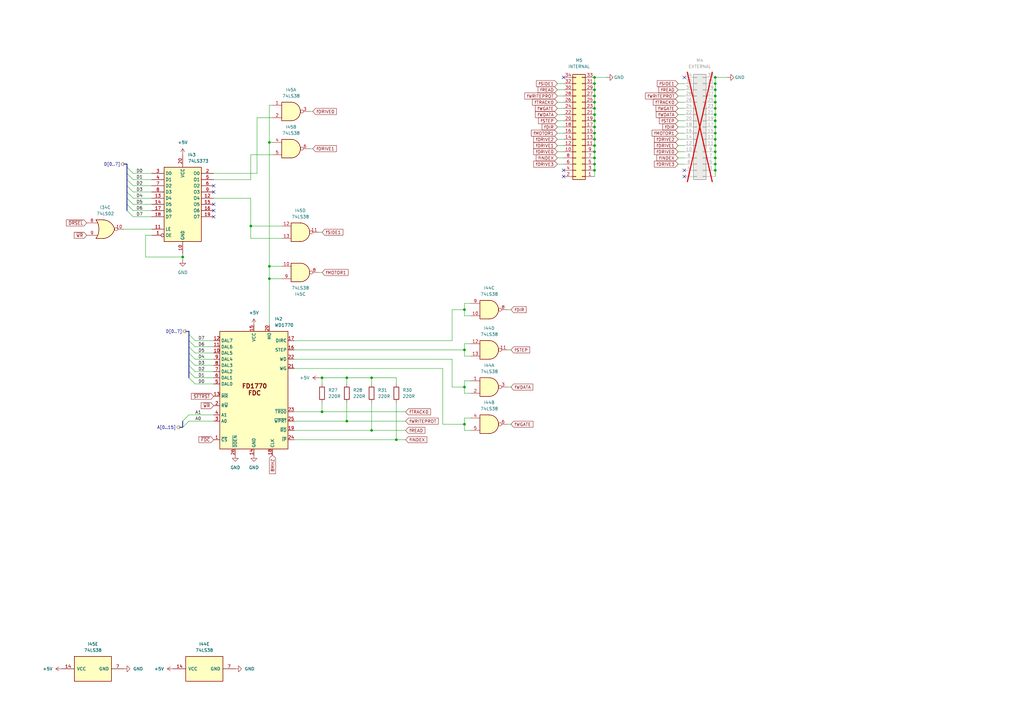
<source format=kicad_sch>
(kicad_sch (version 20250114) (generator "eeschema") (generator_version "9.0")
  (paper "A3")
  (lib_symbols
    (symbol "74xx:74LS02" (pin_names (offset 1.016))
      (property "Reference" "U" (at 0 1.27 0))
      (property "Value" "74LS02" (at 0 -1.27 0))
      (symbol "74LS02_1_1"
        (arc (start -3.81 3.81) (mid -2.589 0) (end -3.81 -3.81) (stroke (width 0.254)))
        (polyline (pts (xy -3.81 3.81) (xy -0.635 3.81)) (stroke (width 0.254)) (fill (type background)))
        (polyline (pts (xy -3.81 -3.81) (xy -0.635 -3.81)) (stroke (width 0.254)) (fill (type background)))
        (arc (start 3.81 0) (mid 2.1855 -2.584) (end -0.6096 -3.81) (stroke (width 0.254)) (fill (type background)))
        (arc (start -0.6096 3.81) (mid 2.1928 2.5924) (end 3.81 0) (stroke (width 0.254)) (fill (type background)))
        (polyline (pts (xy -0.635 3.81) (xy -3.81 3.81) (xy -3.81 3.81) (xy -3.556 3.4036) (xy -3.0226 2.2606) (xy -2.6924 1.0414) (xy -2.6162 -0.254) (xy -2.7686 -1.4986) (xy -3.175 -2.7178) (xy -3.81 -3.81) (xy -3.81 -3.81) (xy -0.635 -3.81)) (stroke (width -25.4)) (fill (type background)))
        (pin input line (at -7.62 2.54 0) (length 4.318) (name "~") (number "2"))
        (pin input line (at -7.62 -2.54 0) (length 4.318) (name "~") (number "3"))
        (pin output inverted (at 7.62 0 180) (length 3.81) (name "~") (number "1"))
      )
      (symbol "74LS02_1_2"
        (arc (start 0 3.81) (mid 3.7934 0) (end 0 -3.81) (stroke (width 0.254)) (fill (type background)))
        (polyline (pts (xy 0 3.81) (xy -3.81 3.81) (xy -3.81 -3.81) (xy 0 -3.81)) (stroke (width 0.254)) (fill (type background)))
        (pin input inverted (at -7.62 2.54 0) (length 3.81) (name "~") (number "2"))
        (pin input inverted (at -7.62 -2.54 0) (length 3.81) (name "~") (number "3"))
        (pin output line (at 7.62 0 180) (length 3.81) (name "~") (number "1"))
      )
      (symbol "74LS02_2_1"
        (arc (start -3.81 3.81) (mid -2.589 0) (end -3.81 -3.81) (stroke (width 0.254)))
        (polyline (pts (xy -3.81 3.81) (xy -0.635 3.81)) (stroke (width 0.254)) (fill (type background)))
        (polyline (pts (xy -3.81 -3.81) (xy -0.635 -3.81)) (stroke (width 0.254)) (fill (type background)))
        (arc (start 3.81 0) (mid 2.1855 -2.584) (end -0.6096 -3.81) (stroke (width 0.254)) (fill (type background)))
        (arc (start -0.6096 3.81) (mid 2.1928 2.5924) (end 3.81 0) (stroke (width 0.254)) (fill (type background)))
        (polyline (pts (xy -0.635 3.81) (xy -3.81 3.81) (xy -3.81 3.81) (xy -3.556 3.4036) (xy -3.0226 2.2606) (xy -2.6924 1.0414) (xy -2.6162 -0.254) (xy -2.7686 -1.4986) (xy -3.175 -2.7178) (xy -3.81 -3.81) (xy -3.81 -3.81) (xy -0.635 -3.81)) (stroke (width -25.4)) (fill (type background)))
        (pin input line (at -7.62 2.54 0) (length 4.318) (name "~") (number "5"))
        (pin input line (at -7.62 -2.54 0) (length 4.318) (name "~") (number "6"))
        (pin output inverted (at 7.62 0 180) (length 3.81) (name "~") (number "4"))
      )
      (symbol "74LS02_2_2"
        (arc (start 0 3.81) (mid 3.7934 0) (end 0 -3.81) (stroke (width 0.254)) (fill (type background)))
        (polyline (pts (xy 0 3.81) (xy -3.81 3.81) (xy -3.81 -3.81) (xy 0 -3.81)) (stroke (width 0.254)) (fill (type background)))
        (pin input inverted (at -7.62 2.54 0) (length 3.81) (name "~") (number "5"))
        (pin input inverted (at -7.62 -2.54 0) (length 3.81) (name "~") (number "6"))
        (pin output line (at 7.62 0 180) (length 3.81) (name "~") (number "4"))
      )
      (symbol "74LS02_3_1"
        (arc (start -3.81 3.81) (mid -2.589 0) (end -3.81 -3.81) (stroke (width 0.254)))
        (polyline (pts (xy -3.81 3.81) (xy -0.635 3.81)) (stroke (width 0.254)) (fill (type background)))
        (polyline (pts (xy -3.81 -3.81) (xy -0.635 -3.81)) (stroke (width 0.254)) (fill (type background)))
        (arc (start 3.81 0) (mid 2.1855 -2.584) (end -0.6096 -3.81) (stroke (width 0.254)) (fill (type background)))
        (arc (start -0.6096 3.81) (mid 2.1928 2.5924) (end 3.81 0) (stroke (width 0.254)) (fill (type background)))
        (polyline (pts (xy -0.635 3.81) (xy -3.81 3.81) (xy -3.81 3.81) (xy -3.556 3.4036) (xy -3.0226 2.2606) (xy -2.6924 1.0414) (xy -2.6162 -0.254) (xy -2.7686 -1.4986) (xy -3.175 -2.7178) (xy -3.81 -3.81) (xy -3.81 -3.81) (xy -0.635 -3.81)) (stroke (width -25.4)) (fill (type background)))
        (pin input line (at -7.62 2.54 0) (length 4.318) (name "~") (number "8"))
        (pin input line (at -7.62 -2.54 0) (length 4.318) (name "~") (number "9"))
        (pin output inverted (at 7.62 0 180) (length 3.81) (name "~") (number "10"))
      )
      (symbol "74LS02_3_2"
        (arc (start 0 3.81) (mid 3.7934 0) (end 0 -3.81) (stroke (width 0.254)) (fill (type background)))
        (polyline (pts (xy 0 3.81) (xy -3.81 3.81) (xy -3.81 -3.81) (xy 0 -3.81)) (stroke (width 0.254)) (fill (type background)))
        (pin input inverted (at -7.62 2.54 0) (length 3.81) (name "~") (number "8"))
        (pin input inverted (at -7.62 -2.54 0) (length 3.81) (name "~") (number "9"))
        (pin output line (at 7.62 0 180) (length 3.81) (name "~") (number "10"))
      )
      (symbol "74LS02_4_1"
        (arc (start -3.81 3.81) (mid -2.589 0) (end -3.81 -3.81) (stroke (width 0.254)))
        (polyline (pts (xy -3.81 3.81) (xy -0.635 3.81)) (stroke (width 0.254)) (fill (type background)))
        (polyline (pts (xy -3.81 -3.81) (xy -0.635 -3.81)) (stroke (width 0.254)) (fill (type background)))
        (arc (start 3.81 0) (mid 2.1855 -2.584) (end -0.6096 -3.81) (stroke (width 0.254)) (fill (type background)))
        (arc (start -0.6096 3.81) (mid 2.1928 2.5924) (end 3.81 0) (stroke (width 0.254)) (fill (type background)))
        (polyline (pts (xy -0.635 3.81) (xy -3.81 3.81) (xy -3.81 3.81) (xy -3.556 3.4036) (xy -3.0226 2.2606) (xy -2.6924 1.0414) (xy -2.6162 -0.254) (xy -2.7686 -1.4986) (xy -3.175 -2.7178) (xy -3.81 -3.81) (xy -3.81 -3.81) (xy -0.635 -3.81)) (stroke (width -25.4)) (fill (type background)))
        (pin input line (at -7.62 2.54 0) (length 4.318) (name "~") (number "11"))
        (pin input line (at -7.62 -2.54 0) (length 4.318) (name "~") (number "12"))
        (pin output inverted (at 7.62 0 180) (length 3.81) (name "~") (number "13"))
      )
      (symbol "74LS02_4_2"
        (arc (start 0 3.81) (mid 3.7934 0) (end 0 -3.81) (stroke (width 0.254)) (fill (type background)))
        (polyline (pts (xy 0 3.81) (xy -3.81 3.81) (xy -3.81 -3.81) (xy 0 -3.81)) (stroke (width 0.254)) (fill (type background)))
        (pin input inverted (at -7.62 2.54 0) (length 3.81) (name "~") (number "11"))
        (pin input inverted (at -7.62 -2.54 0) (length 3.81) (name "~") (number "12"))
        (pin output line (at 7.62 0 180) (length 3.81) (name "~") (number "13"))
      )
      (symbol "74LS02_5_0"
        (pin power_in line (at 0 12.7 270) (length 5.08) (name "VCC") (number "14"))
        (pin power_in line (at 0 -12.7 90) (length 5.08) (name "GND") (number "7"))
      )
      (symbol "74LS02_5_1"
        (rectangle (start -5.08 7.62) (end 5.08 -7.62) (stroke (width 0.254)) (fill (type background)))
      )
    )
    (symbol "74xx:74LS373"
      (property "Reference" "U" (at -7.62 16.51 0))
      (property "Value" "74LS373" (at -7.62 -16.51 0))
      (symbol "74LS373_1_0"
        (pin input line (at -12.7 12.7 0) (length 5.08) (name "D0") (number "3"))
        (pin input line (at -12.7 10.16 0) (length 5.08) (name "D1") (number "4"))
        (pin input line (at -12.7 7.62 0) (length 5.08) (name "D2") (number "7"))
        (pin input line (at -12.7 5.08 0) (length 5.08) (name "D3") (number "8"))
        (pin input line (at -12.7 2.54 0) (length 5.08) (name "D4") (number "13"))
        (pin input line (at -12.7 0 0) (length 5.08) (name "D5") (number "14"))
        (pin input line (at -12.7 -2.54 0) (length 5.08) (name "D6") (number "17"))
        (pin input line (at -12.7 -5.08 0) (length 5.08) (name "D7") (number "18"))
        (pin input line (at -12.7 -10.16 0) (length 5.08) (name "LE") (number "11"))
        (pin input inverted (at -12.7 -12.7 0) (length 5.08) (name "OE") (number "1"))
        (pin power_in line (at 0 20.32 270) (length 5.08) (name "VCC") (number "20"))
        (pin power_in line (at 0 -20.32 90) (length 5.08) (name "GND") (number "10"))
        (pin tri_state line (at 12.7 12.7 180) (length 5.08) (name "O0") (number "2"))
        (pin tri_state line (at 12.7 10.16 180) (length 5.08) (name "O1") (number "5"))
        (pin tri_state line (at 12.7 7.62 180) (length 5.08) (name "O2") (number "6"))
        (pin tri_state line (at 12.7 5.08 180) (length 5.08) (name "O3") (number "9"))
        (pin tri_state line (at 12.7 2.54 180) (length 5.08) (name "O4") (number "12"))
        (pin tri_state line (at 12.7 0 180) (length 5.08) (name "O5") (number "15"))
        (pin tri_state line (at 12.7 -2.54 180) (length 5.08) (name "O6") (number "16"))
        (pin tri_state line (at 12.7 -5.08 180) (length 5.08) (name "O7") (number "19"))
      )
      (symbol "74LS373_1_1"
        (rectangle (start -7.62 15.24) (end 7.62 -15.24) (stroke (width 0.254)) (fill (type background)))
      )
    )
    (symbol "74xx:74LS38" (pin_names (offset 1.016))
      (property "Reference" "U" (at 0 1.27 0))
      (property "Value" "74LS38" (at 0 -1.27 0))
      (symbol "74LS38_1_1"
        (arc (start 0 3.81) (mid 3.7934 0) (end 0 -3.81) (stroke (width 0.254)) (fill (type background)))
        (polyline (pts (xy 0 3.81) (xy -3.81 3.81) (xy -3.81 -3.81) (xy 0 -3.81)) (stroke (width 0.254)) (fill (type background)))
        (pin input line (at -7.62 2.54 0) (length 3.81) (name "~") (number "1"))
        (pin input line (at -7.62 -2.54 0) (length 3.81) (name "~") (number "2"))
        (pin open_collector inverted (at 7.62 0 180) (length 3.81) (name "~") (number "3"))
      )
      (symbol "74LS38_1_2"
        (arc (start -3.81 3.81) (mid -2.589 0) (end -3.81 -3.81) (stroke (width 0.254)))
        (polyline (pts (xy -3.81 3.81) (xy -0.635 3.81)) (stroke (width 0.254)) (fill (type background)))
        (polyline (pts (xy -3.81 -3.81) (xy -0.635 -3.81)) (stroke (width 0.254)) (fill (type background)))
        (arc (start 3.81 0) (mid 2.1855 -2.584) (end -0.6096 -3.81) (stroke (width 0.254)) (fill (type background)))
        (arc (start -0.6096 3.81) (mid 2.1928 2.5924) (end 3.81 0) (stroke (width 0.254)) (fill (type background)))
        (polyline (pts (xy -0.635 3.81) (xy -3.81 3.81) (xy -3.81 3.81) (xy -3.556 3.4036) (xy -3.0226 2.2606) (xy -2.6924 1.0414) (xy -2.6162 -0.254) (xy -2.7686 -1.4986) (xy -3.175 -2.7178) (xy -3.81 -3.81) (xy -3.81 -3.81) (xy -0.635 -3.81)) (stroke (width -25.4)) (fill (type background)))
        (pin input inverted (at -7.62 2.54 0) (length 4.318) (name "~") (number "1"))
        (pin input inverted (at -7.62 -2.54 0) (length 4.318) (name "~") (number "2"))
        (pin open_collector line (at 7.62 0 180) (length 3.81) (name "~") (number "3"))
      )
      (symbol "74LS38_2_1"
        (arc (start 0 3.81) (mid 3.7934 0) (end 0 -3.81) (stroke (width 0.254)) (fill (type background)))
        (polyline (pts (xy 0 3.81) (xy -3.81 3.81) (xy -3.81 -3.81) (xy 0 -3.81)) (stroke (width 0.254)) (fill (type background)))
        (pin input line (at -7.62 2.54 0) (length 3.81) (name "~") (number "4"))
        (pin input line (at -7.62 -2.54 0) (length 3.81) (name "~") (number "5"))
        (pin open_collector inverted (at 7.62 0 180) (length 3.81) (name "~") (number "6"))
      )
      (symbol "74LS38_2_2"
        (arc (start -3.81 3.81) (mid -2.589 0) (end -3.81 -3.81) (stroke (width 0.254)))
        (polyline (pts (xy -3.81 3.81) (xy -0.635 3.81)) (stroke (width 0.254)) (fill (type background)))
        (polyline (pts (xy -3.81 -3.81) (xy -0.635 -3.81)) (stroke (width 0.254)) (fill (type background)))
        (arc (start 3.81 0) (mid 2.1855 -2.584) (end -0.6096 -3.81) (stroke (width 0.254)) (fill (type background)))
        (arc (start -0.6096 3.81) (mid 2.1928 2.5924) (end 3.81 0) (stroke (width 0.254)) (fill (type background)))
        (polyline (pts (xy -0.635 3.81) (xy -3.81 3.81) (xy -3.81 3.81) (xy -3.556 3.4036) (xy -3.0226 2.2606) (xy -2.6924 1.0414) (xy -2.6162 -0.254) (xy -2.7686 -1.4986) (xy -3.175 -2.7178) (xy -3.81 -3.81) (xy -3.81 -3.81) (xy -0.635 -3.81)) (stroke (width -25.4)) (fill (type background)))
        (pin input inverted (at -7.62 2.54 0) (length 4.318) (name "~") (number "4"))
        (pin input inverted (at -7.62 -2.54 0) (length 4.318) (name "~") (number "5"))
        (pin open_collector line (at 7.62 0 180) (length 3.81) (name "~") (number "6"))
      )
      (symbol "74LS38_3_1"
        (arc (start 0 3.81) (mid 3.7934 0) (end 0 -3.81) (stroke (width 0.254)) (fill (type background)))
        (polyline (pts (xy 0 3.81) (xy -3.81 3.81) (xy -3.81 -3.81) (xy 0 -3.81)) (stroke (width 0.254)) (fill (type background)))
        (pin input line (at -7.62 2.54 0) (length 3.81) (name "~") (number "9"))
        (pin input line (at -7.62 -2.54 0) (length 3.81) (name "~") (number "10"))
        (pin open_collector inverted (at 7.62 0 180) (length 3.81) (name "~") (number "8"))
      )
      (symbol "74LS38_3_2"
        (arc (start -3.81 3.81) (mid -2.589 0) (end -3.81 -3.81) (stroke (width 0.254)))
        (polyline (pts (xy -3.81 3.81) (xy -0.635 3.81)) (stroke (width 0.254)) (fill (type background)))
        (polyline (pts (xy -3.81 -3.81) (xy -0.635 -3.81)) (stroke (width 0.254)) (fill (type background)))
        (arc (start 3.81 0) (mid 2.1855 -2.584) (end -0.6096 -3.81) (stroke (width 0.254)) (fill (type background)))
        (arc (start -0.6096 3.81) (mid 2.1928 2.5924) (end 3.81 0) (stroke (width 0.254)) (fill (type background)))
        (polyline (pts (xy -0.635 3.81) (xy -3.81 3.81) (xy -3.81 3.81) (xy -3.556 3.4036) (xy -3.0226 2.2606) (xy -2.6924 1.0414) (xy -2.6162 -0.254) (xy -2.7686 -1.4986) (xy -3.175 -2.7178) (xy -3.81 -3.81) (xy -3.81 -3.81) (xy -0.635 -3.81)) (stroke (width -25.4)) (fill (type background)))
        (pin input inverted (at -7.62 2.54 0) (length 4.318) (name "~") (number "9"))
        (pin input inverted (at -7.62 -2.54 0) (length 4.318) (name "~") (number "10"))
        (pin open_collector line (at 7.62 0 180) (length 3.81) (name "~") (number "8"))
      )
      (symbol "74LS38_4_1"
        (arc (start 0 3.81) (mid 3.7934 0) (end 0 -3.81) (stroke (width 0.254)) (fill (type background)))
        (polyline (pts (xy 0 3.81) (xy -3.81 3.81) (xy -3.81 -3.81) (xy 0 -3.81)) (stroke (width 0.254)) (fill (type background)))
        (pin input line (at -7.62 2.54 0) (length 3.81) (name "~") (number "12"))
        (pin input line (at -7.62 -2.54 0) (length 3.81) (name "~") (number "13"))
        (pin open_collector inverted (at 7.62 0 180) (length 3.81) (name "~") (number "11"))
      )
      (symbol "74LS38_4_2"
        (arc (start -3.81 3.81) (mid -2.589 0) (end -3.81 -3.81) (stroke (width 0.254)))
        (polyline (pts (xy -3.81 3.81) (xy -0.635 3.81)) (stroke (width 0.254)) (fill (type background)))
        (polyline (pts (xy -3.81 -3.81) (xy -0.635 -3.81)) (stroke (width 0.254)) (fill (type background)))
        (arc (start 3.81 0) (mid 2.1855 -2.584) (end -0.6096 -3.81) (stroke (width 0.254)) (fill (type background)))
        (arc (start -0.6096 3.81) (mid 2.1928 2.5924) (end 3.81 0) (stroke (width 0.254)) (fill (type background)))
        (polyline (pts (xy -0.635 3.81) (xy -3.81 3.81) (xy -3.81 3.81) (xy -3.556 3.4036) (xy -3.0226 2.2606) (xy -2.6924 1.0414) (xy -2.6162 -0.254) (xy -2.7686 -1.4986) (xy -3.175 -2.7178) (xy -3.81 -3.81) (xy -3.81 -3.81) (xy -0.635 -3.81)) (stroke (width -25.4)) (fill (type background)))
        (pin input inverted (at -7.62 2.54 0) (length 4.318) (name "~") (number "12"))
        (pin input inverted (at -7.62 -2.54 0) (length 4.318) (name "~") (number "13"))
        (pin open_collector line (at 7.62 0 180) (length 3.81) (name "~") (number "11"))
      )
      (symbol "74LS38_5_0"
        (pin power_in line (at 0 12.7 270) (length 5.08) (name "VCC") (number "14"))
        (pin power_in line (at 0 -12.7 90) (length 5.08) (name "GND") (number "7"))
      )
      (symbol "74LS38_5_1"
        (rectangle (start -5.08 7.62) (end 5.08 -7.62) (stroke (width 0.254)) (fill (type background)))
      )
    )
    (symbol "Connector_Generic:Conn_02x17_Odd_Even" (pin_names (offset 1.016) (hide yes))
      (property "Reference" "J" (at 1.27 22.86 0))
      (property "Value" "Conn_02x17_Odd_Even" (at 1.27 -22.86 0))
      (symbol "Conn_02x17_Odd_Even_1_1"
        (rectangle (start -1.27 21.59) (end 3.81 -21.59) (stroke (width 0.254)) (fill (type background)))
        (rectangle (start -1.27 20.447) (end 0 20.193) (stroke (width 0.1524)))
        (rectangle (start -1.27 17.907) (end 0 17.653) (stroke (width 0.1524)))
        (rectangle (start -1.27 15.367) (end 0 15.113) (stroke (width 0.1524)))
        (rectangle (start -1.27 12.827) (end 0 12.573) (stroke (width 0.1524)))
        (rectangle (start -1.27 10.287) (end 0 10.033) (stroke (width 0.1524)))
        (rectangle (start -1.27 7.747) (end 0 7.493) (stroke (width 0.1524)))
        (rectangle (start -1.27 5.207) (end 0 4.953) (stroke (width 0.1524)))
        (rectangle (start -1.27 2.667) (end 0 2.413) (stroke (width 0.1524)))
        (rectangle (start -1.27 0.127) (end 0 -0.127) (stroke (width 0.1524)))
        (rectangle (start -1.27 -2.413) (end 0 -2.667) (stroke (width 0.1524)))
        (rectangle (start -1.27 -4.953) (end 0 -5.207) (stroke (width 0.1524)))
        (rectangle (start -1.27 -7.493) (end 0 -7.747) (stroke (width 0.1524)))
        (rectangle (start -1.27 -10.033) (end 0 -10.287) (stroke (width 0.1524)))
        (rectangle (start -1.27 -12.573) (end 0 -12.827) (stroke (width 0.1524)))
        (rectangle (start -1.27 -15.113) (end 0 -15.367) (stroke (width 0.1524)))
        (rectangle (start -1.27 -17.653) (end 0 -17.907) (stroke (width 0.1524)))
        (rectangle (start -1.27 -20.193) (end 0 -20.447) (stroke (width 0.1524)))
        (rectangle (start 3.81 20.447) (end 2.54 20.193) (stroke (width 0.1524)))
        (rectangle (start 3.81 17.907) (end 2.54 17.653) (stroke (width 0.1524)))
        (rectangle (start 3.81 15.367) (end 2.54 15.113) (stroke (width 0.1524)))
        (rectangle (start 3.81 12.827) (end 2.54 12.573) (stroke (width 0.1524)))
        (rectangle (start 3.81 10.287) (end 2.54 10.033) (stroke (width 0.1524)))
        (rectangle (start 3.81 7.747) (end 2.54 7.493) (stroke (width 0.1524)))
        (rectangle (start 3.81 5.207) (end 2.54 4.953) (stroke (width 0.1524)))
        (rectangle (start 3.81 2.667) (end 2.54 2.413) (stroke (width 0.1524)))
        (rectangle (start 3.81 0.127) (end 2.54 -0.127) (stroke (width 0.1524)))
        (rectangle (start 3.81 -2.413) (end 2.54 -2.667) (stroke (width 0.1524)))
        (rectangle (start 3.81 -4.953) (end 2.54 -5.207) (stroke (width 0.1524)))
        (rectangle (start 3.81 -7.493) (end 2.54 -7.747) (stroke (width 0.1524)))
        (rectangle (start 3.81 -10.033) (end 2.54 -10.287) (stroke (width 0.1524)))
        (rectangle (start 3.81 -12.573) (end 2.54 -12.827) (stroke (width 0.1524)))
        (rectangle (start 3.81 -15.113) (end 2.54 -15.367) (stroke (width 0.1524)))
        (rectangle (start 3.81 -17.653) (end 2.54 -17.907) (stroke (width 0.1524)))
        (rectangle (start 3.81 -20.193) (end 2.54 -20.447) (stroke (width 0.1524)))
        (pin passive line (at -5.08 20.32 0) (length 3.81) (name "Pin_1") (number "1"))
        (pin passive line (at -5.08 17.78 0) (length 3.81) (name "Pin_3") (number "3"))
        (pin passive line (at -5.08 15.24 0) (length 3.81) (name "Pin_5") (number "5"))
        (pin passive line (at -5.08 12.7 0) (length 3.81) (name "Pin_7") (number "7"))
        (pin passive line (at -5.08 10.16 0) (length 3.81) (name "Pin_9") (number "9"))
        (pin passive line (at -5.08 7.62 0) (length 3.81) (name "Pin_11") (number "11"))
        (pin passive line (at -5.08 5.08 0) (length 3.81) (name "Pin_13") (number "13"))
        (pin passive line (at -5.08 2.54 0) (length 3.81) (name "Pin_15") (number "15"))
        (pin passive line (at -5.08 0 0) (length 3.81) (name "Pin_17") (number "17"))
        (pin passive line (at -5.08 -2.54 0) (length 3.81) (name "Pin_19") (number "19"))
        (pin passive line (at -5.08 -5.08 0) (length 3.81) (name "Pin_21") (number "21"))
        (pin passive line (at -5.08 -7.62 0) (length 3.81) (name "Pin_23") (number "23"))
        (pin passive line (at -5.08 -10.16 0) (length 3.81) (name "Pin_25") (number "25"))
        (pin passive line (at -5.08 -12.7 0) (length 3.81) (name "Pin_27") (number "27"))
        (pin passive line (at -5.08 -15.24 0) (length 3.81) (name "Pin_29") (number "29"))
        (pin passive line (at -5.08 -17.78 0) (length 3.81) (name "Pin_31") (number "31"))
        (pin passive line (at -5.08 -20.32 0) (length 3.81) (name "Pin_33") (number "33"))
        (pin passive line (at 7.62 20.32 180) (length 3.81) (name "Pin_2") (number "2"))
        (pin passive line (at 7.62 17.78 180) (length 3.81) (name "Pin_4") (number "4"))
        (pin passive line (at 7.62 15.24 180) (length 3.81) (name "Pin_6") (number "6"))
        (pin passive line (at 7.62 12.7 180) (length 3.81) (name "Pin_8") (number "8"))
        (pin passive line (at 7.62 10.16 180) (length 3.81) (name "Pin_10") (number "10"))
        (pin passive line (at 7.62 7.62 180) (length 3.81) (name "Pin_12") (number "12"))
        (pin passive line (at 7.62 5.08 180) (length 3.81) (name "Pin_14") (number "14"))
        (pin passive line (at 7.62 2.54 180) (length 3.81) (name "Pin_16") (number "16"))
        (pin passive line (at 7.62 0 180) (length 3.81) (name "Pin_18") (number "18"))
        (pin passive line (at 7.62 -2.54 180) (length 3.81) (name "Pin_20") (number "20"))
        (pin passive line (at 7.62 -5.08 180) (length 3.81) (name "Pin_22") (number "22"))
        (pin passive line (at 7.62 -7.62 180) (length 3.81) (name "Pin_24") (number "24"))
        (pin passive line (at 7.62 -10.16 180) (length 3.81) (name "Pin_26") (number "26"))
        (pin passive line (at 7.62 -12.7 180) (length 3.81) (name "Pin_28") (number "28"))
        (pin passive line (at 7.62 -15.24 180) (length 3.81) (name "Pin_30") (number "30"))
        (pin passive line (at 7.62 -17.78 180) (length 3.81) (name "Pin_32") (number "32"))
        (pin passive line (at 7.62 -20.32 180) (length 3.81) (name "Pin_34") (number "34"))
      )
    )
    (symbol "Device:R" (pin_numbers (hide yes)) (pin_names (offset 0))
      (property "Reference" "R" (at 2.032 0 90))
      (property "Value" "R" (at 0 0 90))
      (symbol "R_0_1"
        (rectangle (start -1.016 -2.54) (end 1.016 2.54) (stroke (width 0.254)))
      )
      (symbol "R_1_1"
        (pin passive line (at 0 3.81 270) (length 1.27) (name "~") (number "1"))
        (pin passive line (at 0 -3.81 90) (length 1.27) (name "~") (number "2"))
      )
    )
    (symbol "Einstein:WD1770"
      (property "Reference" "IO" (at 13.462 -27.432 0))
      (property "Value" "WD1770" (at 12.446 -29.464 0))
      (symbol "WD1770_1_1"
        (rectangle (start -13.97 24.13) (end 13.97 -24.13) (stroke (width 0.254)) (fill (type background)))
        (text "FD1770\nFDC" (at 0.254 0.254 0) (effects (font (size 1.778 1.778) (thickness 0.3556) (bold yes))))
        (pin bidirectional line (at -16.51 20.32 0) (length 2.54) (name "DAL7") (number "12"))
        (pin bidirectional line (at -16.51 17.78 0) (length 2.54) (name "DAL6") (number "11"))
        (pin bidirectional line (at -16.51 15.24 0) (length 2.54) (name "DAL5") (number "10"))
        (pin bidirectional line (at -16.51 12.7 0) (length 2.54) (name "DAL4") (number "9"))
        (pin bidirectional line (at -16.51 10.16 0) (length 2.54) (name "DAL3") (number "8"))
        (pin bidirectional line (at -16.51 7.62 0) (length 2.54) (name "DAL2") (number "7"))
        (pin bidirectional line (at -16.51 5.08 0) (length 2.54) (name "DAL1") (number "6"))
        (pin bidirectional line (at -16.51 2.54 0) (length 2.54) (name "DAL0") (number "5"))
        (pin passive line (at -16.51 -2.54 0) (length 2.54) (name "~{MR}") (number "13"))
        (pin input line (at -16.51 -6.35 0) (length 2.54) (name "R~{W}") (number "2"))
        (pin input line (at -16.51 -10.16 0) (length 2.54) (name "A1") (number "4"))
        (pin input line (at -16.51 -12.7 0) (length 2.54) (name "A0") (number "3"))
        (pin input line (at -16.51 -20.32 0) (length 2.54) (name "~{CS}") (number "1"))
        (pin passive line (at -7.62 -26.67 90) (length 2.54) (name "~{DDEN}") (number "26"))
        (pin power_in line (at 0 26.67 270) (length 2.54) (name "VCC") (number "15"))
        (pin power_in line (at 0 -26.67 90) (length 2.54) (name "GND") (number "14"))
        (pin passive line (at 6.35 26.67 270) (length 2.54) (name "MO") (number "20"))
        (pin input line (at 7.62 -26.67 90) (length 2.54) (name "CLK") (number "18"))
        (pin passive line (at 16.51 20.32 180) (length 2.54) (name "DIRC") (number "17"))
        (pin passive line (at 16.51 16.51 180) (length 2.54) (name "STEP") (number "16"))
        (pin passive line (at 16.51 12.7 180) (length 2.54) (name "WD") (number "22"))
        (pin passive line (at 16.51 8.89 180) (length 2.54) (name "WG") (number "21"))
        (pin no_connect line (at 16.51 1.27 180) (length 2.54) (hide yes) (name "INTRQ") (number "28"))
        (pin no_connect line (at 16.51 -1.27 180) (length 2.54) (hide yes) (name "DRQ") (number "27"))
        (pin passive line (at 16.51 -8.89 180) (length 2.54) (name "~{TR00}") (number "23"))
        (pin passive line (at 16.51 -12.7 180) (length 2.54) (name "~{WPRT}") (number "25"))
        (pin input line (at 16.51 -16.51 180) (length 2.54) (name "~{RD}") (number "19"))
        (pin passive line (at 16.51 -20.32 180) (length 2.54) (name "~{IP}") (number "24"))
      )
    )
    (symbol "power:+5V" (power) (pin_numbers (hide yes)) (pin_names (offset 0) (hide yes))
      (property "Value" "+5V" (at 0 3.556 0))
      (symbol "+5V_0_1"
        (polyline (pts (xy -0.762 1.27) (xy 0 2.54)))
        (polyline (pts (xy 0 2.54) (xy 0.762 1.27)))
        (polyline (pts (xy 0 0) (xy 0 2.54)))
      )
      (symbol "+5V_1_1"
        (pin power_in line (at 0 0 90) (length 0) (name "~") (number "1"))
      )
    )
    (symbol "power:GND" (power) (pin_numbers (hide yes)) (pin_names (offset 0) (hide yes))
      (property "Value" "GND" (at 0 -3.81 0))
      (symbol "GND_0_1"
        (polyline (pts (xy 0 0) (xy 0 -1.27) (xy 1.27 -1.27) (xy 0 -2.54) (xy -1.27 -1.27) (xy 0 -1.27)))
      )
      (symbol "GND_1_1"
        (pin power_in line (at 0 0 270) (length 0) (name "~") (number "1"))
      )
    )
  )
  (junction (at 293.37 34.29))
  (junction (at 243.84 49.53))
  (junction (at 293.37 49.53))
  (junction (at 243.84 67.31))
  (junction (at 243.84 69.85))
  (junction (at 243.84 64.77))
  (junction (at 190.5 158.75))
  (junction (at 293.37 69.85))
  (junction (at 110.49 109.22))
  (junction (at 152.4 154.94))
  (junction (at 293.37 62.23))
  (junction (at 142.24 154.94))
  (junction (at 190.5 143.51))
  (junction (at 293.37 36.83))
  (junction (at 243.84 34.29))
  (junction (at 243.84 62.23))
  (junction (at 110.49 58.42))
  (junction (at 293.37 39.37))
  (junction (at 110.49 114.3))
  (junction (at 293.37 59.69))
  (junction (at 132.08 168.91))
  (junction (at 293.37 44.45))
  (junction (at 243.84 36.83))
  (junction (at 243.84 41.91))
  (junction (at 243.84 44.45))
  (junction (at 293.37 31.75))
  (junction (at 243.84 46.99))
  (junction (at 293.37 64.77))
  (junction (at 243.84 31.75))
  (junction (at 74.93 105.41))
  (junction (at 293.37 67.31))
  (junction (at 293.37 57.15))
  (junction (at 293.37 46.99))
  (junction (at 243.84 59.69))
  (junction (at 190.5 173.99))
  (junction (at 162.56 180.34))
  (junction (at 293.37 52.07))
  (junction (at 152.4 176.53))
  (junction (at 293.37 54.61))
  (junction (at 132.08 154.94))
  (junction (at 293.37 41.91))
  (junction (at 190.5 127))
  (junction (at 243.84 52.07))
  (junction (at 142.24 172.72))
  (junction (at 243.84 57.15))
  (junction (at 102.87 92.71))
  (junction (at 243.84 39.37))
  (junction (at 243.84 54.61))
  (no_connect (at 87.63 78.74))
  (no_connect (at 280.67 69.85))
  (no_connect (at 87.63 76.2))
  (no_connect (at 231.14 72.39))
  (no_connect (at 87.63 83.82))
  (no_connect (at 231.14 31.75))
  (no_connect (at 87.63 88.9))
  (no_connect (at 280.67 72.39))
  (no_connect (at 280.67 31.75))
  (no_connect (at 87.63 86.36))
  (no_connect (at 231.14 69.85))
  (bus_entry (at 54.61 88.9) (size -2.54 -2.54))
  (bus_entry (at 54.61 81.28) (size -2.54 -2.54))
  (bus_entry (at 80.01 139.7) (size -2.54 -2.54))
  (bus_entry (at 77.47 170.18) (size -2.54 2.54))
  (bus_entry (at 54.61 83.82) (size -2.54 -2.54))
  (bus_entry (at 54.61 78.74) (size -2.54 -2.54))
  (bus_entry (at 54.61 73.66) (size -2.54 -2.54))
  (bus_entry (at 80.01 149.86) (size -2.54 -2.54))
  (bus_entry (at 80.01 157.48) (size -2.54 -2.54))
  (bus_entry (at 54.61 86.36) (size -2.54 -2.54))
  (bus_entry (at 54.61 71.12) (size -2.54 -2.54))
  (bus_entry (at 80.01 147.32) (size -2.54 -2.54))
  (bus_entry (at 80.01 154.94) (size -2.54 -2.54))
  (bus_entry (at 77.47 172.72) (size -2.54 2.54))
  (bus_entry (at 80.01 142.24) (size -2.54 -2.54))
  (bus_entry (at 80.01 144.78) (size -2.54 -2.54))
  (bus_entry (at 80.01 152.4) (size -2.54 -2.54))
  (bus_entry (at 54.61 76.2) (size -2.54 -2.54))
  (wire (pts (xy 228.6 46.99) (xy 231.14 46.99)))
  (wire (pts (xy 62.23 86.36) (xy 54.61 86.36)))
  (wire (pts (xy 228.6 52.07) (xy 231.14 52.07)))
  (wire (pts (xy 293.37 31.75) (xy 298.45 31.75)))
  (wire (pts (xy 193.04 156.21) (xy 190.5 156.21)))
  (wire (pts (xy 243.84 46.99) (xy 243.84 44.45)))
  (wire (pts (xy 193.04 171.45) (xy 190.5 171.45)))
  (wire (pts (xy 87.63 142.24) (xy 80.01 142.24)))
  (wire (pts (xy 293.37 46.99) (xy 293.37 44.45)))
  (wire (pts (xy 62.23 83.82) (xy 54.61 83.82)))
  (wire (pts (xy 152.4 176.53) (xy 166.37 176.53)))
  (wire (pts (xy 228.6 62.23) (xy 231.14 62.23)))
  (wire (pts (xy 278.13 59.69) (xy 280.67 59.69)))
  (wire (pts (xy 105.41 48.26) (xy 111.76 48.26)))
  (wire (pts (xy 162.56 154.94) (xy 152.4 154.94)))
  (wire (pts (xy 293.37 54.61) (xy 293.37 52.07)))
  (wire (pts (xy 50.8 93.98) (xy 62.23 93.98)))
  (wire (pts (xy 243.84 41.91) (xy 243.84 39.37)))
  (wire (pts (xy 74.93 106.68) (xy 74.93 105.41)))
  (wire (pts (xy 185.42 158.75) (xy 190.5 158.75)))
  (wire (pts (xy 243.84 34.29) (xy 243.84 31.75)))
  (wire (pts (xy 62.23 76.2) (xy 54.61 76.2)))
  (wire (pts (xy 278.13 46.99) (xy 280.67 46.99)))
  (wire (pts (xy 120.65 168.91) (xy 132.08 168.91)))
  (wire (pts (xy 132.08 111.76) (xy 130.81 111.76)))
  (wire (pts (xy 185.42 127) (xy 185.42 139.7)))
  (bus (pts (xy 52.07 68.58) (xy 52.07 71.12)))
  (wire (pts (xy 102.87 92.71) (xy 102.87 97.79)))
  (wire (pts (xy 111.76 63.5) (xy 102.87 63.5)))
  (wire (pts (xy 243.84 49.53) (xy 243.84 46.99)))
  (wire (pts (xy 128.27 45.72) (xy 127 45.72)))
  (wire (pts (xy 115.57 92.71) (xy 102.87 92.71)))
  (wire (pts (xy 278.13 39.37) (xy 280.67 39.37)))
  (bus (pts (xy 52.07 81.28) (xy 52.07 83.82)))
  (wire (pts (xy 132.08 154.94) (xy 132.08 157.48)))
  (wire (pts (xy 87.63 147.32) (xy 80.01 147.32)))
  (wire (pts (xy 142.24 172.72) (xy 166.37 172.72)))
  (wire (pts (xy 132.08 168.91) (xy 132.08 165.1)))
  (wire (pts (xy 293.37 67.31) (xy 293.37 64.77)))
  (wire (pts (xy 105.41 48.26) (xy 105.41 71.12)))
  (wire (pts (xy 228.6 64.77) (xy 231.14 64.77)))
  (wire (pts (xy 152.4 154.94) (xy 142.24 154.94)))
  (wire (pts (xy 243.84 67.31) (xy 243.84 64.77)))
  (bus (pts (xy 52.07 71.12) (xy 52.07 73.66)))
  (wire (pts (xy 185.42 127) (xy 190.5 127)))
  (wire (pts (xy 87.63 152.4) (xy 80.01 152.4)))
  (wire (pts (xy 87.63 81.28) (xy 102.87 81.28)))
  (wire (pts (xy 59.69 96.52) (xy 59.69 105.41)))
  (wire (pts (xy 293.37 49.53) (xy 293.37 46.99)))
  (wire (pts (xy 62.23 81.28) (xy 54.61 81.28)))
  (wire (pts (xy 152.4 154.94) (xy 152.4 157.48)))
  (wire (pts (xy 293.37 64.77) (xy 293.37 62.23)))
  (wire (pts (xy 293.37 57.15) (xy 293.37 54.61)))
  (wire (pts (xy 111.76 43.18) (xy 110.49 43.18)))
  (wire (pts (xy 142.24 172.72) (xy 142.24 165.1)))
  (wire (pts (xy 115.57 114.3) (xy 110.49 114.3)))
  (wire (pts (xy 110.49 109.22) (xy 115.57 109.22)))
  (wire (pts (xy 278.13 49.53) (xy 280.67 49.53)))
  (wire (pts (xy 243.84 62.23) (xy 243.84 59.69)))
  (wire (pts (xy 87.63 157.48) (xy 80.01 157.48)))
  (wire (pts (xy 190.5 171.45) (xy 190.5 173.99)))
  (wire (pts (xy 228.6 67.31) (xy 231.14 67.31)))
  (wire (pts (xy 228.6 54.61) (xy 231.14 54.61)))
  (wire (pts (xy 193.04 140.97) (xy 190.5 140.97)))
  (wire (pts (xy 293.37 44.45) (xy 293.37 41.91)))
  (wire (pts (xy 293.37 69.85) (xy 293.37 72.39)))
  (wire (pts (xy 132.08 168.91) (xy 166.37 168.91)))
  (wire (pts (xy 59.69 105.41) (xy 74.93 105.41)))
  (bus (pts (xy 77.47 152.4) (xy 77.47 154.94)))
  (bus (pts (xy 52.07 67.31) (xy 52.07 68.58)))
  (wire (pts (xy 185.42 139.7) (xy 120.65 139.7)))
  (wire (pts (xy 87.63 139.7) (xy 80.01 139.7)))
  (wire (pts (xy 228.6 34.29) (xy 231.14 34.29)))
  (bus (pts (xy 77.47 149.86) (xy 77.47 152.4)))
  (wire (pts (xy 110.49 114.3) (xy 110.49 109.22)))
  (wire (pts (xy 190.5 127) (xy 190.5 124.46)))
  (wire (pts (xy 293.37 59.69) (xy 293.37 57.15)))
  (bus (pts (xy 77.47 142.24) (xy 77.47 144.78)))
  (bus (pts (xy 50.8 67.31) (xy 52.07 67.31)))
  (bus (pts (xy 52.07 83.82) (xy 52.07 86.36)))
  (wire (pts (xy 278.13 44.45) (xy 280.67 44.45)))
  (wire (pts (xy 162.56 180.34) (xy 162.56 165.1)))
  (bus (pts (xy 52.07 76.2) (xy 52.07 78.74)))
  (wire (pts (xy 87.63 154.94) (xy 80.01 154.94)))
  (wire (pts (xy 228.6 49.53) (xy 231.14 49.53)))
  (wire (pts (xy 278.13 64.77) (xy 280.67 64.77)))
  (wire (pts (xy 278.13 41.91) (xy 280.67 41.91)))
  (bus (pts (xy 77.47 135.89) (xy 77.47 137.16)))
  (bus (pts (xy 52.07 73.66) (xy 52.07 76.2)))
  (wire (pts (xy 74.93 105.41) (xy 74.93 104.14)))
  (wire (pts (xy 209.55 173.99) (xy 208.28 173.99)))
  (wire (pts (xy 87.63 144.78) (xy 80.01 144.78)))
  (wire (pts (xy 111.76 58.42) (xy 110.49 58.42)))
  (wire (pts (xy 293.37 36.83) (xy 293.37 34.29)))
  (wire (pts (xy 243.84 44.45) (xy 243.84 41.91)))
  (wire (pts (xy 62.23 78.74) (xy 54.61 78.74)))
  (wire (pts (xy 278.13 52.07) (xy 280.67 52.07)))
  (wire (pts (xy 228.6 36.83) (xy 231.14 36.83)))
  (wire (pts (xy 278.13 34.29) (xy 280.67 34.29)))
  (wire (pts (xy 87.63 149.86) (xy 80.01 149.86)))
  (wire (pts (xy 243.84 54.61) (xy 243.84 52.07)))
  (wire (pts (xy 87.63 170.18) (xy 77.47 170.18)))
  (bus (pts (xy 77.47 139.7) (xy 77.47 142.24)))
  (wire (pts (xy 185.42 147.32) (xy 185.42 158.75)))
  (wire (pts (xy 243.84 69.85) (xy 243.84 72.39)))
  (wire (pts (xy 243.84 31.75) (xy 248.92 31.75)))
  (wire (pts (xy 102.87 97.79) (xy 115.57 97.79)))
  (wire (pts (xy 181.61 173.99) (xy 190.5 173.99)))
  (wire (pts (xy 190.5 173.99) (xy 190.5 176.53)))
  (wire (pts (xy 293.37 41.91) (xy 293.37 39.37)))
  (wire (pts (xy 120.65 143.51) (xy 190.5 143.51)))
  (bus (pts (xy 77.47 147.32) (xy 77.47 149.86)))
  (wire (pts (xy 132.08 95.25) (xy 130.81 95.25)))
  (wire (pts (xy 162.56 180.34) (xy 166.37 180.34)))
  (wire (pts (xy 243.84 57.15) (xy 243.84 54.61)))
  (wire (pts (xy 62.23 73.66) (xy 54.61 73.66)))
  (wire (pts (xy 293.37 62.23) (xy 293.37 59.69)))
  (wire (pts (xy 110.49 58.42) (xy 110.49 109.22)))
  (wire (pts (xy 102.87 73.66) (xy 87.63 73.66)))
  (wire (pts (xy 228.6 57.15) (xy 231.14 57.15)))
  (wire (pts (xy 243.84 39.37) (xy 243.84 36.83)))
  (wire (pts (xy 162.56 157.48) (xy 162.56 154.94)))
  (wire (pts (xy 190.5 158.75) (xy 190.5 161.29)))
  (wire (pts (xy 120.65 172.72) (xy 142.24 172.72)))
  (wire (pts (xy 243.84 52.07) (xy 243.84 49.53)))
  (wire (pts (xy 120.65 176.53) (xy 152.4 176.53)))
  (wire (pts (xy 293.37 39.37) (xy 293.37 36.83)))
  (wire (pts (xy 62.23 96.52) (xy 59.69 96.52)))
  (wire (pts (xy 62.23 71.12) (xy 54.61 71.12)))
  (wire (pts (xy 278.13 54.61) (xy 280.67 54.61)))
  (wire (pts (xy 120.65 180.34) (xy 162.56 180.34)))
  (bus (pts (xy 74.93 175.26) (xy 74.93 172.72)))
  (wire (pts (xy 293.37 69.85) (xy 293.37 67.31)))
  (wire (pts (xy 152.4 176.53) (xy 152.4 165.1)))
  (wire (pts (xy 110.49 43.18) (xy 110.49 58.42)))
  (wire (pts (xy 278.13 57.15) (xy 280.67 57.15)))
  (wire (pts (xy 228.6 39.37) (xy 231.14 39.37)))
  (wire (pts (xy 243.84 59.69) (xy 243.84 57.15)))
  (wire (pts (xy 190.5 124.46) (xy 193.04 124.46)))
  (wire (pts (xy 228.6 41.91) (xy 231.14 41.91)))
  (wire (pts (xy 278.13 62.23) (xy 280.67 62.23)))
  (wire (pts (xy 120.65 151.13) (xy 181.61 151.13)))
  (wire (pts (xy 110.49 114.3) (xy 110.49 133.35)))
  (wire (pts (xy 62.23 88.9) (xy 54.61 88.9)))
  (wire (pts (xy 190.5 156.21) (xy 190.5 158.75)))
  (bus (pts (xy 77.47 144.78) (xy 77.47 147.32)))
  (wire (pts (xy 190.5 140.97) (xy 190.5 143.51)))
  (wire (pts (xy 243.84 69.85) (xy 243.84 67.31)))
  (wire (pts (xy 228.6 44.45) (xy 231.14 44.45)))
  (wire (pts (xy 243.84 36.83) (xy 243.84 34.29)))
  (wire (pts (xy 209.55 127) (xy 208.28 127)))
  (wire (pts (xy 278.13 67.31) (xy 280.67 67.31)))
  (wire (pts (xy 209.55 158.75) (xy 208.28 158.75)))
  (wire (pts (xy 190.5 146.05) (xy 193.04 146.05)))
  (wire (pts (xy 190.5 129.54) (xy 190.5 127)))
  (wire (pts (xy 209.55 143.51) (xy 208.28 143.51)))
  (wire (pts (xy 142.24 154.94) (xy 142.24 157.48)))
  (wire (pts (xy 128.27 60.96) (xy 127 60.96)))
  (wire (pts (xy 120.65 147.32) (xy 185.42 147.32)))
  (wire (pts (xy 190.5 143.51) (xy 190.5 146.05)))
  (wire (pts (xy 228.6 59.69) (xy 231.14 59.69)))
  (wire (pts (xy 193.04 129.54) (xy 190.5 129.54)))
  (wire (pts (xy 278.13 36.83) (xy 280.67 36.83)))
  (bus (pts (xy 73.66 175.26) (xy 74.93 175.26)))
  (wire (pts (xy 87.63 172.72) (xy 77.47 172.72)))
  (wire (pts (xy 293.37 34.29) (xy 293.37 31.75)))
  (wire (pts (xy 130.81 154.94) (xy 132.08 154.94)))
  (bus (pts (xy 77.47 137.16) (xy 77.47 139.7)))
  (wire (pts (xy 190.5 161.29) (xy 193.04 161.29)))
  (wire (pts (xy 243.84 64.77) (xy 243.84 62.23)))
  (wire (pts (xy 105.41 71.12) (xy 87.63 71.12)))
  (bus (pts (xy 76.2 135.89) (xy 77.47 135.89)))
  (wire (pts (xy 181.61 151.13) (xy 181.61 173.99)))
  (bus (pts (xy 52.07 78.74) (xy 52.07 81.28)))
  (wire (pts (xy 293.37 52.07) (xy 293.37 49.53)))
  (wire (pts (xy 102.87 81.28) (xy 102.87 92.71)))
  (wire (pts (xy 190.5 176.53) (xy 193.04 176.53)))
  (wire (pts (xy 102.87 63.5) (xy 102.87 73.66)))
  (wire (pts (xy 142.24 154.94) (xy 132.08 154.94)))
  (label "D6" (at 81.28 142.24 0))
  (label "D3" (at 55.88 78.74 0))
  (label "D7" (at 55.88 88.9 0))
  (label "D3" (at 81.28 149.86 0))
  (label "D2" (at 55.88 76.2 0))
  (label "D5" (at 81.28 144.78 0))
  (label "D7" (at 81.28 139.7 0))
  (label "D0" (at 55.88 71.12 0))
  (label "A1" (at 82.55 170.18 180))
  (label "D6" (at 55.88 86.36 0))
  (label "D4" (at 81.28 147.32 0))
  (label "D0" (at 81.28 157.48 0))
  (label "A0" (at 82.55 172.72 180))
  (label "D2" (at 81.28 152.4 0))
  (label "D1" (at 81.28 154.94 0))
  (label "D5" (at 55.88 83.82 0))
  (label "D1" (at 55.88 73.66 0))
  (label "D4" (at 55.88 81.28 0))
  (global_label "fINDEX" (shape input) (at 278.13 64.77 180) (property "Intersheetrefs" "${INTERSHEET_REFS}" (effects (hide yes))))
  (global_label "fDRIVE1" (shape input) (at 228.6 59.69 180) (property "Intersheetrefs" "${INTERSHEET_REFS}" (effects (hide yes))))
  (global_label "fWDATA" (shape input) (at 209.55 158.75 0) (property "Intersheetrefs" "${INTERSHEET_REFS}" (effects (hide yes))))
  (global_label "fDIR" (shape input) (at 228.6 52.07 180) (property "Intersheetrefs" "${INTERSHEET_REFS}" (effects (hide yes))))
  (global_label "fWGATE" (shape input) (at 278.13 44.45 180) (property "Intersheetrefs" "${INTERSHEET_REFS}" (effects (hide yes))))
  (global_label "fDIR" (shape input) (at 209.55 127 0) (property "Intersheetrefs" "${INTERSHEET_REFS}" (effects (hide yes))))
  (global_label "fMOTOR1" (shape input) (at 132.08 111.76 0) (property "Intersheetrefs" "${INTERSHEET_REFS}" (effects (hide yes))))
  (global_label "fDIR" (shape input) (at 278.13 52.07 180) (property "Intersheetrefs" "${INTERSHEET_REFS}" (effects (hide yes))))
  (global_label "~{WR}" (shape input) (at 87.63 166.37 180) (property "Intersheetrefs" "${INTERSHEET_REFS}" (effects (hide yes))))
  (global_label "fWGATE" (shape input) (at 209.55 173.99 0) (property "Intersheetrefs" "${INTERSHEET_REFS}" (effects (hide yes))))
  (global_label "fDRIVE1" (shape input) (at 128.27 60.96 0) (property "Intersheetrefs" "${INTERSHEET_REFS}" (effects (hide yes))))
  (global_label "fTRACK0" (shape input) (at 166.37 168.91 0) (property "Intersheetrefs" "${INTERSHEET_REFS}" (effects (hide yes))))
  (global_label "fDRIVE2" (shape input) (at 278.13 57.15 180) (property "Intersheetrefs" "${INTERSHEET_REFS}" (effects (hide yes))))
  (global_label "fREAD" (shape input) (at 228.6 36.83 180) (property "Intersheetrefs" "${INTERSHEET_REFS}" (effects (hide yes))))
  (global_label "fWDATA" (shape input) (at 278.13 46.99 180) (property "Intersheetrefs" "${INTERSHEET_REFS}" (effects (hide yes))))
  (global_label "~{DRSEL}" (shape input) (at 35.56 91.44 180) (property "Intersheetrefs" "${INTERSHEET_REFS}" (effects (hide yes))))
  (global_label "fTRACK0" (shape input) (at 228.6 41.91 180) (property "Intersheetrefs" "${INTERSHEET_REFS}" (effects (hide yes))))
  (global_label "fSIDE1" (shape input) (at 228.6 34.29 180) (property "Intersheetrefs" "${INTERSHEET_REFS}" (effects (hide yes))))
  (global_label "fINDEX" (shape input) (at 166.37 180.34 0) (property "Intersheetrefs" "${INTERSHEET_REFS}" (effects (hide yes))))
  (global_label "~{FDC}" (shape input) (at 87.63 180.34 180) (property "Intersheetrefs" "${INTERSHEET_REFS}" (effects (hide yes))))
  (global_label "fSTEP" (shape input) (at 228.6 49.53 180) (property "Intersheetrefs" "${INTERSHEET_REFS}" (effects (hide yes))))
  (global_label "fDRIVE0" (shape input) (at 228.6 62.23 180) (property "Intersheetrefs" "${INTERSHEET_REFS}" (effects (hide yes))))
  (global_label "fDRIVE1" (shape input) (at 278.13 59.69 180) (property "Intersheetrefs" "${INTERSHEET_REFS}" (effects (hide yes))))
  (global_label "fSIDE1" (shape input) (at 132.08 95.25 0) (property "Intersheetrefs" "${INTERSHEET_REFS}" (effects (hide yes))))
  (global_label "~{SFTRST}" (shape input) (at 87.63 162.56 180) (property "Intersheetrefs" "${INTERSHEET_REFS}" (effects (hide yes))))
  (global_label "8MHZ" (shape input) (at 111.76 186.69 270) (property "Intersheetrefs" "${INTERSHEET_REFS}" (effects (hide yes))))
  (global_label "fDRIVE0" (shape input) (at 278.13 62.23 180) (property "Intersheetrefs" "${INTERSHEET_REFS}" (effects (hide yes))))
  (global_label "fDRIVE3" (shape input) (at 278.13 67.31 180) (property "Intersheetrefs" "${INTERSHEET_REFS}" (effects (hide yes))))
  (global_label "fMOTOR1" (shape input) (at 278.13 54.61 180) (property "Intersheetrefs" "${INTERSHEET_REFS}" (effects (hide yes))))
  (global_label "fINDEX" (shape input) (at 228.6 64.77 180) (property "Intersheetrefs" "${INTERSHEET_REFS}" (effects (hide yes))))
  (global_label "fWRITEPROT" (shape input) (at 228.6 39.37 180) (property "Intersheetrefs" "${INTERSHEET_REFS}" (effects (hide yes))))
  (global_label "fDRIVE2" (shape input) (at 228.6 57.15 180) (property "Intersheetrefs" "${INTERSHEET_REFS}" (effects (hide yes))))
  (global_label "~{WR}" (shape input) (at 35.56 96.52 180) (property "Intersheetrefs" "${INTERSHEET_REFS}" (effects (hide yes))))
  (global_label "fWRITEPROT" (shape input) (at 278.13 39.37 180) (property "Intersheetrefs" "${INTERSHEET_REFS}" (effects (hide yes))))
  (global_label "fREAD" (shape input) (at 278.13 36.83 180) (property "Intersheetrefs" "${INTERSHEET_REFS}" (effects (hide yes))))
  (global_label "fDRIVE3" (shape input) (at 228.6 67.31 180) (property "Intersheetrefs" "${INTERSHEET_REFS}" (effects (hide yes))))
  (global_label "fWDATA" (shape input) (at 228.6 46.99 180) (property "Intersheetrefs" "${INTERSHEET_REFS}" (effects (hide yes))))
  (global_label "fDRIVE0" (shape input) (at 128.27 45.72 0) (property "Intersheetrefs" "${INTERSHEET_REFS}" (effects (hide yes))))
  (global_label "fSTEP" (shape input) (at 278.13 49.53 180) (property "Intersheetrefs" "${INTERSHEET_REFS}" (effects (hide yes))))
  (global_label "fTRACK0" (shape input) (at 278.13 41.91 180) (property "Intersheetrefs" "${INTERSHEET_REFS}" (effects (hide yes))))
  (global_label "fWRITEPROT" (shape input) (at 166.37 172.72 0) (property "Intersheetrefs" "${INTERSHEET_REFS}" (effects (hide yes))))
  (global_label "fREAD" (shape input) (at 166.37 176.53 0) (property "Intersheetrefs" "${INTERSHEET_REFS}" (effects (hide yes))))
  (global_label "fSTEP" (shape input) (at 209.55 143.51 0) (property "Intersheetrefs" "${INTERSHEET_REFS}" (effects (hide yes))))
  (global_label "fSIDE1" (shape input) (at 278.13 34.29 180) (property "Intersheetrefs" "${INTERSHEET_REFS}" (effects (hide yes))))
  (global_label "fMOTOR1" (shape input) (at 228.6 54.61 180) (property "Intersheetrefs" "${INTERSHEET_REFS}" (effects (hide yes))))
  (global_label "fWGATE" (shape input) (at 228.6 44.45 180) (property "Intersheetrefs" "${INTERSHEET_REFS}" (effects (hide yes))))
  (hierarchical_label "D[0..7]" (shape output) (at 50.8 67.31 180))
  (hierarchical_label "A[0..15]" (shape output) (at 73.66 175.26 180))
  (hierarchical_label "D[0..7]" (shape output) (at 76.2 135.89 180))
  (symbol (lib_id "74xx:74LS38") (at 123.19 111.76 0) (mirror x) (unit 3)
    (property "Reference" "I45" (at 123.1817 120.65 0))
    (property "Value" "74LS38" (at 123.1817 118.11 0))
    (property "Footprint" "Einstein:DIP-14_W7.62mm" (effects (hide yes)))
    (property "Datasheet" "http://www.ti.com/lit/gpn/sn74LS38" (effects (hide yes)))
    (property "Description" "Quad Buffer 2-input NAND Open collector" (effects (hide yes)))
  )
  (symbol (lib_id "74xx:74LS373") (at 74.93 83.82 0) (unit 1)
    (property "Reference" "I43" (at 77.0733 63.5 0) (effects (justify left)))
    (property "Value" "74LS373" (at 77.0733 66.04 0) (effects (justify left)))
    (property "Footprint" "Einstein:DIP-20_W7.62mm" (effects (hide yes)))
    (property "Datasheet" "http://www.ti.com/lit/gpn/sn74LS373" (effects (hide yes)))
    (property "Description" "8-bit Latch, 3-state outputs" (effects (hide yes)))
  )
  (symbol (lib_id "Device:R") (at 162.56 161.29 0) (unit 1)
    (property "Reference" "R30" (at 165.1 160.0199 0) (effects (justify left)))
    (property "Value" "220R" (at 165.1 162.5599 0) (effects (justify left)))
    (property "Footprint" "Einstein:Resistor 10.16mm" (effects (hide yes)))
    (property "Description" "Resistor" (effects (hide yes)))
  )
  (symbol (lib_id "power:GND") (at 298.45 31.75 90) (mirror x) (unit 1)
    (property "Reference" "#PWR0107" (effects (hide yes)))
    (property "Value" "GND" (at 305.435 31.75 90) (effects (justify left)))
    (property "Description" "Power symbol creates a global label with name \"GND\" , ground" (effects (hide yes)))
  )
  (symbol (lib_id "74xx:74LS38") (at 123.19 95.25 0) (unit 4)
    (property "Reference" "I45" (at 123.1817 86.36 0))
    (property "Value" "74LS38" (at 123.1817 88.9 0))
    (property "Footprint" "Einstein:DIP-14_W7.62mm" (effects (hide yes)))
    (property "Datasheet" "http://www.ti.com/lit/gpn/sn74LS38" (effects (hide yes)))
    (property "Description" "Quad Buffer 2-input NAND Open collector" (effects (hide yes)))
  )
  (symbol (lib_id "power:GND") (at 96.52 186.69 0) (unit 1)
    (property "Reference" "#PWR0113" (effects (hide yes)))
    (property "Value" "GND" (at 96.52 191.77 0))
    (property "Description" "Power symbol creates a global label with name \"GND\" , ground" (effects (hide yes)))
  )
  (symbol (lib_id "power:GND") (at 96.52 274.32 90) (unit 1)
    (property "Reference" "#PWR0111" (effects (hide yes)))
    (property "Value" "GND" (at 100.33 274.3199 90) (effects (justify right)))
    (property "Description" "Power symbol creates a global label with name \"GND\" , ground" (effects (hide yes)))
  )
  (symbol (lib_id "74xx:74LS38") (at 119.38 45.72 0) (unit 1)
    (property "Reference" "I45" (at 119.3717 36.83 0))
    (property "Value" "74LS38" (at 119.3717 39.37 0))
    (property "Footprint" "Einstein:DIP-14_W7.62mm" (effects (hide yes)))
    (property "Datasheet" "http://www.ti.com/lit/gpn/sn74LS38" (effects (hide yes)))
    (property "Description" "Quad Buffer 2-input NAND Open collector" (effects (hide yes)))
  )
  (symbol (lib_id "power:+5V") (at 104.14 133.35 0) (unit 1)
    (property "Reference" "#PWR0108" (effects (hide yes)))
    (property "Value" "+5V" (at 104.14 128.27 0))
    (property "Description" "Power symbol creates a global label with name \"+5V\"" (effects (hide yes)))
  )
  (symbol (lib_id "power:GND") (at 74.93 106.68 0) (unit 1)
    (property "Reference" "#PWR0102" (effects (hide yes)))
    (property "Value" "GND" (at 74.93 111.76 0))
    (property "Description" "Power symbol creates a global label with name \"GND\" , ground" (effects (hide yes)))
  )
  (symbol (lib_id "Device:R") (at 152.4 161.29 0) (unit 1)
    (property "Reference" "R31" (at 154.94 160.0199 0) (effects (justify left)))
    (property "Value" "220R" (at 154.94 162.5599 0) (effects (justify left)))
    (property "Footprint" "Einstein:Resistor 10.16mm" (effects (hide yes)))
    (property "Description" "Resistor" (effects (hide yes)))
  )
  (symbol (lib_id "power:GND") (at 104.14 186.69 0) (unit 1)
    (property "Reference" "#PWR0109" (effects (hide yes)))
    (property "Value" "GND" (at 104.14 191.77 0))
    (property "Description" "Power symbol creates a global label with name \"GND\" , ground" (effects (hide yes)))
  )
  (symbol (lib_id "74xx:74LS38") (at 200.66 158.75 0) (unit 1)
    (property "Reference" "I44" (at 200.6517 149.86 0))
    (property "Value" "74LS38" (at 200.6517 152.4 0))
    (property "Footprint" "Einstein:DIP-14_W7.62mm" (effects (hide yes)))
    (property "Datasheet" "http://www.ti.com/lit/gpn/sn74LS38" (effects (hide yes)))
    (property "Description" "Quad Buffer 2-input NAND Open collector" (effects (hide yes)))
  )
  (symbol (lib_id "74xx:74LS38") (at 119.38 60.96 0) (unit 2)
    (property "Reference" "I45" (at 119.3717 52.07 0))
    (property "Value" "74LS38" (at 119.3717 54.61 0))
    (property "Footprint" "Einstein:DIP-14_W7.62mm" (effects (hide yes)))
    (property "Datasheet" "http://www.ti.com/lit/gpn/sn74LS38" (effects (hide yes)))
    (property "Description" "Quad Buffer 2-input NAND Open collector" (effects (hide yes)))
  )
  (symbol (lib_id "power:+5V") (at 71.12 274.32 90) (unit 1)
    (property "Reference" "#PWR0110" (effects (hide yes)))
    (property "Value" "+5V" (at 67.31 274.3199 90) (effects (justify left)))
    (property "Description" "Power symbol creates a global label with name \"+5V\"" (effects (hide yes)))
  )
  (symbol (lib_id "Connector_Generic:Conn_02x17_Odd_Even") (at 288.29 52.07 180) (unit 1) (exclude_from_sim yes) (in_bom no) (on_board no) (dnp yes)
    (property "Reference" "M4" (at 287.02 24.765 0))
    (property "Value" "EXTERNAL" (at 287.02 27.305 0))
    (property "Footprint" "Einstein:PinHeader_2x17_P2.54mm" (effects (hide yes)))
    (property "Description" "Generic connector, double row, 02x17, odd/even pin numbering scheme (row 1 odd numbers, row 2 even numbers), script generated (kicad-library-utils/schlib/autogen/connector/)" (effects (hide yes)))
  )
  (symbol (lib_id "power:GND") (at 50.8 274.32 90) (unit 1)
    (property "Reference" "#PWR0104" (effects (hide yes)))
    (property "Value" "GND" (at 54.61 274.3199 90) (effects (justify right)))
    (property "Description" "Power symbol creates a global label with name \"GND\" , ground" (effects (hide yes)))
  )
  (symbol (lib_id "74xx:74LS38") (at 200.66 127 0) (unit 3)
    (property "Reference" "I44" (at 200.6517 118.11 0))
    (property "Value" "74LS38" (at 200.6517 120.65 0))
    (property "Footprint" "Einstein:DIP-14_W7.62mm" (effects (hide yes)))
    (property "Datasheet" "http://www.ti.com/lit/gpn/sn74LS38" (effects (hide yes)))
    (property "Description" "Quad Buffer 2-input NAND Open collector" (effects (hide yes)))
  )
  (symbol (lib_id "Device:R") (at 132.08 161.29 0) (unit 1)
    (property "Reference" "R27" (at 134.62 160.0199 0) (effects (justify left)))
    (property "Value" "220R" (at 134.62 162.5599 0) (effects (justify left)))
    (property "Footprint" "Einstein:Resistor 10.16mm" (effects (hide yes)))
    (property "Description" "Resistor" (effects (hide yes)))
  )
  (symbol (lib_id "74xx:74LS38") (at 200.66 143.51 0) (unit 4)
    (property "Reference" "I44" (at 200.6517 134.62 0))
    (property "Value" "74LS38" (at 200.6517 137.16 0))
    (property "Footprint" "Einstein:DIP-14_W7.62mm" (effects (hide yes)))
    (property "Datasheet" "http://www.ti.com/lit/gpn/sn74LS38" (effects (hide yes)))
    (property "Description" "Quad Buffer 2-input NAND Open collector" (effects (hide yes)))
  )
  (symbol (lib_id "power:GND") (at 248.92 31.75 90) (mirror x) (unit 1)
    (property "Reference" "#PWR01463" (effects (hide yes)))
    (property "Value" "GND" (at 255.905 31.75 90) (effects (justify left)))
    (property "Description" "Power symbol creates a global label with name \"GND\" , ground" (effects (hide yes)))
  )
  (symbol (lib_id "74xx:74LS02") (at 43.18 93.98 0) (unit 3)
    (property "Reference" "I34" (at 43.18 85.09 0))
    (property "Value" "74LS02" (at 43.18 87.63 0))
    (property "Footprint" "Einstein:DIP-14_W7.62mm" (effects (hide yes)))
    (property "Datasheet" "http://www.ti.com/lit/gpn/sn74ls02" (effects (hide yes)))
    (property "Description" "quad 2-input NOR gate" (effects (hide yes)))
  )
  (symbol (lib_id "74xx:74LS38") (at 83.82 274.32 90) (unit 5)
    (property "Reference" "I44" (at 83.82 264.16 90))
    (property "Value" "74LS38" (at 83.82 266.7 90))
    (property "Footprint" "Einstein:DIP-14_W7.62mm" (effects (hide yes)))
    (property "Datasheet" "http://www.ti.com/lit/gpn/sn74LS38" (effects (hide yes)))
    (property "Description" "Quad Buffer 2-input NAND Open collector" (effects (hide yes)))
  )
  (symbol (lib_id "Device:R") (at 142.24 161.29 0) (unit 1)
    (property "Reference" "R28" (at 144.78 160.0199 0) (effects (justify left)))
    (property "Value" "220R" (at 144.78 162.5599 0) (effects (justify left)))
    (property "Footprint" "Einstein:Resistor 10.16mm" (effects (hide yes)))
    (property "Description" "Resistor" (effects (hide yes)))
  )
  (symbol (lib_id "power:+5V") (at 74.93 63.5 0) (unit 1)
    (property "Reference" "#PWR0101" (effects (hide yes)))
    (property "Value" "+5V" (at 74.93 58.42 0))
    (property "Description" "Power symbol creates a global label with name \"+5V\"" (effects (hide yes)))
  )
  (symbol (lib_id "Connector_Generic:Conn_02x17_Odd_Even") (at 238.76 52.07 180) (unit 1)
    (property "Reference" "M5" (at 237.49 24.765 0))
    (property "Value" "INTERNAL" (at 237.49 27.305 0))
    (property "Footprint" "Einstein:PinHeader_2x17_P2.54mm" (effects (hide yes)))
    (property "Description" "Generic connector, double row, 02x17, odd/even pin numbering scheme (row 1 odd numbers, row 2 even numbers), script generated (kicad-library-utils/schlib/autogen/connector/)" (effects (hide yes)))
  )
  (symbol (lib_id "power:+5V") (at 130.81 154.94 90) (unit 1)
    (property "Reference" "#PWR0112" (effects (hide yes)))
    (property "Value" "+5V" (at 127 154.9399 90) (effects (justify left)))
    (property "Description" "Power symbol creates a global label with name \"+5V\"" (effects (hide yes)))
  )
  (symbol (lib_id "Einstein:WD1770") (at 104.14 160.02 0) (unit 1)
    (property "Reference" "I42" (at 112.6333 130.81 0) (effects (justify left)))
    (property "Value" "WD1770" (at 112.6333 133.35 0) (effects (justify left)))
    (property "Footprint" "Einstein:DIP-28_W15.24mm" (effects (hide yes)))
  )
  (symbol (lib_id "power:+5V") (at 25.4 274.32 90) (unit 1)
    (property "Reference" "#PWR0105" (effects (hide yes)))
    (property "Value" "+5V" (at 21.59 274.3199 90) (effects (justify left)))
    (property "Description" "Power symbol creates a global label with name \"+5V\"" (effects (hide yes)))
  )
  (symbol (lib_id "74xx:74LS38") (at 38.1 274.32 90) (unit 5)
    (property "Reference" "I45" (at 38.1 264.16 90))
    (property "Value" "74LS38" (at 38.1 266.7 90))
    (property "Footprint" "Einstein:DIP-14_W7.62mm" (effects (hide yes)))
    (property "Datasheet" "http://www.ti.com/lit/gpn/sn74LS38" (effects (hide yes)))
    (property "Description" "Quad Buffer 2-input NAND Open collector" (effects (hide yes)))
  )
  (symbol (lib_id "74xx:74LS38") (at 200.66 173.99 0) (unit 2)
    (property "Reference" "I44" (at 200.6517 165.1 0))
    (property "Value" "74LS38" (at 200.6517 167.64 0))
    (property "Footprint" "Einstein:DIP-14_W7.62mm" (effects (hide yes)))
    (property "Datasheet" "http://www.ti.com/lit/gpn/sn74LS38" (effects (hide yes)))
    (property "Description" "Quad Buffer 2-input NAND Open collector" (effects (hide yes)))
  )
)
</source>
